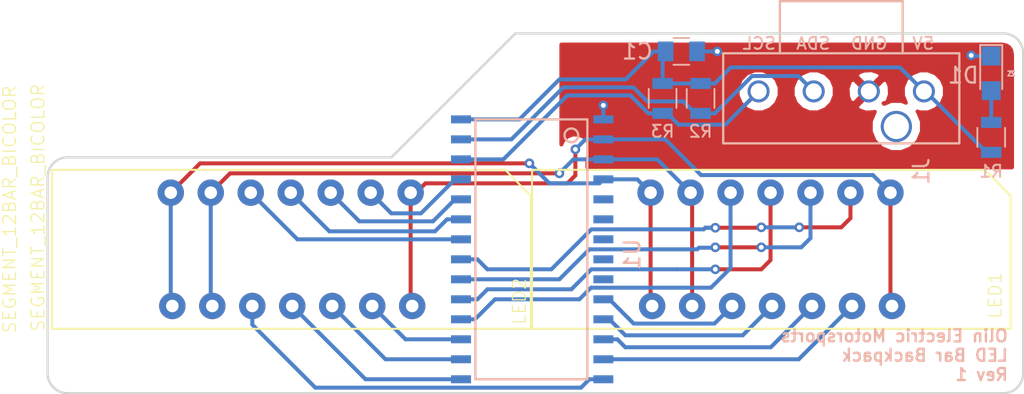
<source format=kicad_pcb>
(kicad_pcb (version 4) (host pcbnew 4.0.7-e2-6376~58~ubuntu16.04.1)

  (general
    (links 41)
    (no_connects 0)
    (area 140.08354 98.309599 206.2594 123.519001)
    (thickness 1.6)
    (drawings 15)
    (tracks 173)
    (zones 0)
    (modules 9)
    (nets 30)
  )

  (page A4)
  (layers
    (0 F.Cu signal)
    (31 B.Cu signal)
    (32 B.Adhes user)
    (33 F.Adhes user)
    (34 B.Paste user)
    (35 F.Paste user)
    (36 B.SilkS user)
    (37 F.SilkS user)
    (38 B.Mask user)
    (39 F.Mask user)
    (40 Dwgs.User user)
    (41 Cmts.User user)
    (42 Eco1.User user)
    (43 Eco2.User user)
    (44 Edge.Cuts user)
    (45 Margin user)
    (46 B.CrtYd user)
    (47 F.CrtYd user)
    (48 B.Fab user)
    (49 F.Fab user)
  )

  (setup
    (last_trace_width 0.254)
    (trace_clearance 0.1524)
    (zone_clearance 0.508)
    (zone_45_only no)
    (trace_min 0.1524)
    (segment_width 0.2)
    (edge_width 0.15)
    (via_size 0.6096)
    (via_drill 0.3048)
    (via_min_size 0.6096)
    (via_min_drill 0.3048)
    (uvia_size 0.3)
    (uvia_drill 0.1)
    (uvias_allowed no)
    (uvia_min_size 0)
    (uvia_min_drill 0)
    (pcb_text_width 0.3)
    (pcb_text_size 1.5 1.5)
    (mod_edge_width 0.15)
    (mod_text_size 1 1)
    (mod_text_width 0.15)
    (pad_size 1.524 1.524)
    (pad_drill 0.762)
    (pad_to_mask_clearance 0.2)
    (aux_axis_origin 0 0)
    (visible_elements FFFFFF7F)
    (pcbplotparams
      (layerselection 0x010f0_80000001)
      (usegerberextensions false)
      (excludeedgelayer true)
      (linewidth 0.100000)
      (plotframeref false)
      (viasonmask false)
      (mode 1)
      (useauxorigin false)
      (hpglpennumber 1)
      (hpglpenspeed 20)
      (hpglpendiameter 15)
      (hpglpenoverlay 2)
      (psnegative false)
      (psa4output false)
      (plotreference true)
      (plotvalue true)
      (plotinvisibletext false)
      (padsonsilk false)
      (subtractmaskfromsilk false)
      (outputformat 1)
      (mirror false)
      (drillshape 0)
      (scaleselection 1)
      (outputdirectory ""))
  )

  (net 0 "")
  (net 1 5V)
  (net 2 GND)
  (net 3 "Net-(D1-Pad2)")
  (net 4 SCL)
  (net 5 SDA)
  (net 6 COM0)
  (net 7 ROW4)
  (net 8 ROW5)
  (net 9 ROW6)
  (net 10 ROW7)
  (net 11 COM1)
  (net 12 COM2)
  (net 13 ROW15)
  (net 14 ROW14)
  (net 15 ROW13)
  (net 16 ROW12)
  (net 17 ROW0)
  (net 18 ROW1)
  (net 19 ROW2)
  (net 20 ROW3)
  (net 21 ROW11)
  (net 22 ROW10)
  (net 23 ROW9)
  (net 24 ROW8)
  (net 25 "Net-(U1-Pad5)")
  (net 26 "Net-(U1-Pad6)")
  (net 27 "Net-(U1-Pad7)")
  (net 28 "Net-(U1-Pad8)")
  (net 29 "Net-(U1-Pad9)")

  (net_class Default "This is the default net class."
    (clearance 0.1524)
    (trace_width 0.254)
    (via_dia 0.6096)
    (via_drill 0.3048)
    (uvia_dia 0.3)
    (uvia_drill 0.1)
    (add_net 5V)
    (add_net COM0)
    (add_net COM1)
    (add_net COM2)
    (add_net GND)
    (add_net "Net-(D1-Pad2)")
    (add_net "Net-(U1-Pad5)")
    (add_net "Net-(U1-Pad6)")
    (add_net "Net-(U1-Pad7)")
    (add_net "Net-(U1-Pad8)")
    (add_net "Net-(U1-Pad9)")
    (add_net ROW0)
    (add_net ROW1)
    (add_net ROW10)
    (add_net ROW11)
    (add_net ROW12)
    (add_net ROW13)
    (add_net ROW14)
    (add_net ROW15)
    (add_net ROW2)
    (add_net ROW3)
    (add_net ROW4)
    (add_net ROW5)
    (add_net ROW6)
    (add_net ROW7)
    (add_net ROW8)
    (add_net ROW9)
    (add_net SCL)
    (add_net SDA)
  )

  (module footprints:Ultrafit_4 (layer B.Cu) (tedit 59F24F6F) (tstamp 5A5BD6B1)
    (at 193.675 104.267 270)
    (path /5A5BD75B)
    (fp_text reference J1 (at 5.08 -5.08 270) (layer B.SilkS)
      (effects (font (size 1 1) (thickness 0.15)) (justify mirror))
    )
    (fp_text value Ultrafit_4 (at 4.572 -0.508 540) (layer B.Fab) hide
      (effects (font (size 1 1) (thickness 0.15)) (justify mirror))
    )
    (fp_line (start -5.588 3.81) (end -2.54 3.81) (layer B.Fab) (width 0.15))
    (fp_line (start -2.54 3.81) (end -2.54 -3.81) (layer B.Fab) (width 0.15))
    (fp_line (start -2.54 -3.81) (end -5.588 -3.81) (layer B.Fab) (width 0.15))
    (fp_line (start -5.588 -3.81) (end -5.588 3.81) (layer B.Fab) (width 0.15))
    (fp_text user "6.55mm Clearance" (at -4.07 0 540) (layer B.Fab)
      (effects (font (size 0.5 0.5) (thickness 0.08)) (justify mirror))
    )
    (fp_line (start -2.42 3.9) (end -5.73 3.9) (layer B.SilkS) (width 0.15))
    (fp_line (start -5.73 3.9) (end -5.73 -3.9) (layer B.SilkS) (width 0.15))
    (fp_line (start -5.73 -3.9) (end -2.42 -3.9) (layer B.SilkS) (width 0.15))
    (fp_line (start -2.42 -7.5) (end 3.302 -7.5) (layer B.SilkS) (width 0.15))
    (fp_line (start -2.42 7.5) (end 3.302 7.5) (layer B.SilkS) (width 0.15))
    (fp_line (start -2.42 -7.5) (end -2.42 7.5) (layer B.SilkS) (width 0.15))
    (fp_line (start 3.302 -7.5) (end 3.302 7.5) (layer B.SilkS) (width 0.15))
    (pad 2 thru_hole circle (at 0 -1.75 270) (size 1.397 1.397) (drill 1.02) (layers *.Cu *.Mask)
      (net 2 GND))
    (pad 1 thru_hole circle (at 0 -5.25 270) (size 1.397 1.397) (drill 1.02) (layers *.Cu *.Mask)
      (net 1 5V))
    (pad "" thru_hole circle (at 2.23 -3.5 270) (size 1.981 1.981) (drill 1.6) (layers *.Cu *.Mask))
    (pad 3 thru_hole circle (at 0 1.75 90) (size 1.397 1.397) (drill 1.02) (layers *.Cu *.Mask)
      (net 5 SDA))
    (pad 4 thru_hole circle (at 0 5.25 90) (size 1.397 1.397) (drill 1.02) (layers *.Cu *.Mask)
      (net 4 SCL))
  )

  (module footprints:SOP28 (layer B.Cu) (tedit 5A42AF63) (tstamp 5A42B0FE)
    (at 178.562 106.045 270)
    (path /5A25A0FB)
    (fp_text reference U1 (at 8.5852 -1.8288 270) (layer B.SilkS)
      (effects (font (size 1 1) (thickness 0.15)) (justify mirror))
    )
    (fp_text value HT16K33 (at 8.4836 10.5664 270) (layer B.Fab)
      (effects (font (size 1 1) (thickness 0.15)) (justify mirror))
    )
    (fp_circle (center 1.016 2.032) (end 1.27 2.3876) (layer B.SilkS) (width 0.15))
    (fp_line (start 0 1.016) (end 0 8.128) (layer B.SilkS) (width 0.15))
    (fp_line (start 16.51 1.016) (end 0 1.016) (layer B.SilkS) (width 0.15))
    (fp_line (start 16.51 8.128) (end 16.51 1.016) (layer B.SilkS) (width 0.15))
    (fp_line (start 0 8.128) (end 16.51 8.128) (layer B.SilkS) (width 0.15))
    (pad 1 smd rect (at 0 0 270) (size 0.508 1.27) (layers B.Cu B.Paste B.Mask)
      (net 2 GND))
    (pad 2 smd rect (at 1.27 0 270) (size 0.508 1.27) (layers B.Cu B.Paste B.Mask)
      (net 6 COM0))
    (pad 3 smd rect (at 2.54 0 270) (size 0.508 1.27) (layers B.Cu B.Paste B.Mask)
      (net 11 COM1))
    (pad 4 smd rect (at 3.81 0 270) (size 0.508 1.27) (layers B.Cu B.Paste B.Mask)
      (net 12 COM2))
    (pad 5 smd rect (at 5.08 0 270) (size 0.508 1.27) (layers B.Cu B.Paste B.Mask)
      (net 25 "Net-(U1-Pad5)"))
    (pad 6 smd rect (at 6.35 0 270) (size 0.508 1.27) (layers B.Cu B.Paste B.Mask)
      (net 26 "Net-(U1-Pad6)"))
    (pad 7 smd rect (at 7.62 0 270) (size 0.508 1.27) (layers B.Cu B.Paste B.Mask)
      (net 27 "Net-(U1-Pad7)"))
    (pad 8 smd rect (at 8.89 0 270) (size 0.508 1.27) (layers B.Cu B.Paste B.Mask)
      (net 28 "Net-(U1-Pad8)"))
    (pad 9 smd rect (at 10.16 0 270) (size 0.508 1.27) (layers B.Cu B.Paste B.Mask)
      (net 29 "Net-(U1-Pad9)"))
    (pad 10 smd rect (at 11.43 0 270) (size 0.508 1.27) (layers B.Cu B.Paste B.Mask)
      (net 13 ROW15))
    (pad 11 smd rect (at 12.7 0 270) (size 0.508 1.27) (layers B.Cu B.Paste B.Mask)
      (net 14 ROW14))
    (pad 12 smd rect (at 13.97 0 270) (size 0.508 1.27) (layers B.Cu B.Paste B.Mask)
      (net 15 ROW13))
    (pad 13 smd rect (at 15.24 0 270) (size 0.508 1.27) (layers B.Cu B.Paste B.Mask)
      (net 16 ROW12))
    (pad 14 smd rect (at 16.51 0 270) (size 0.508 1.27) (layers B.Cu B.Paste B.Mask)
      (net 21 ROW11))
    (pad 15 smd rect (at 16.51 9.0424 270) (size 0.508 1.27) (layers B.Cu B.Paste B.Mask)
      (net 22 ROW10))
    (pad 16 smd rect (at 15.24 9.0424 270) (size 0.508 1.27) (layers B.Cu B.Paste B.Mask)
      (net 23 ROW9))
    (pad 17 smd rect (at 13.97 9.0424 270) (size 0.508 1.27) (layers B.Cu B.Paste B.Mask)
      (net 24 ROW8))
    (pad 18 smd rect (at 12.7 9.0424 270) (size 0.508 1.27) (layers B.Cu B.Paste B.Mask)
      (net 10 ROW7))
    (pad 19 smd rect (at 11.43 9.0424 270) (size 0.508 1.27) (layers B.Cu B.Paste B.Mask)
      (net 9 ROW6))
    (pad 20 smd rect (at 10.16 9.0424 270) (size 0.508 1.27) (layers B.Cu B.Paste B.Mask)
      (net 8 ROW5))
    (pad 21 smd rect (at 8.89 9.0424 270) (size 0.508 1.27) (layers B.Cu B.Paste B.Mask)
      (net 7 ROW4))
    (pad 22 smd rect (at 7.62 9.0424 270) (size 0.508 1.27) (layers B.Cu B.Paste B.Mask)
      (net 20 ROW3))
    (pad 23 smd rect (at 6.35 9.0424 270) (size 0.508 1.27) (layers B.Cu B.Paste B.Mask)
      (net 19 ROW2))
    (pad 24 smd rect (at 5.08 9.0424 270) (size 0.508 1.27) (layers B.Cu B.Paste B.Mask)
      (net 18 ROW1))
    (pad 25 smd rect (at 3.81 9.0424 270) (size 0.508 1.27) (layers B.Cu B.Paste B.Mask)
      (net 17 ROW0))
    (pad 26 smd rect (at 2.54 9.0424 270) (size 0.508 1.27) (layers B.Cu B.Paste B.Mask)
      (net 4 SCL))
    (pad 27 smd rect (at 1.27 9.0424 270) (size 0.508 1.27) (layers B.Cu B.Paste B.Mask)
      (net 5 SDA))
    (pad 28 smd rect (at 0 9.0424 270) (size 0.508 1.27) (layers B.Cu B.Paste B.Mask)
      (net 1 5V))
  )

  (module adafruit:SEGMENT_BICOL_BL-AR12Z3010 (layer F.Cu) (tedit 200000) (tstamp 5A285F20)
    (at 189.23 114.3 270)
    (descr "SOUCE: HTTP://WWW.BETLUX.COM/PRODUCT/LED_LIGHT_BAR/BL-AR12B3010XX.PDF")
    (tags "SOUCE: HTTP://WWW.BETLUX.COM/PRODUCT/LED_LIGHT_BAR/BL-AR12B3010XX.PDF")
    (path /5A24E428)
    (attr virtual)
    (fp_text reference LED1 (at 2.921 -14.224 270) (layer F.SilkS)
      (effects (font (size 0.8128 0.8128) (thickness 0.0762)))
    )
    (fp_text value SEGMENT_12BAR_BICOLOR (at -2.54 48.387 270) (layer F.SilkS)
      (effects (font (size 0.8128 0.8128) (thickness 0.0762)))
    )
    (fp_line (start -2.49936 -0.39878) (end 2.49936 -0.39878) (layer Dwgs.User) (width 0.06604))
    (fp_line (start 2.49936 -0.39878) (end 2.49936 -2.13868) (layer Dwgs.User) (width 0.06604))
    (fp_line (start -2.49936 -2.13868) (end 2.49936 -2.13868) (layer Dwgs.User) (width 0.06604))
    (fp_line (start -2.49936 -0.39878) (end -2.49936 -2.13868) (layer Dwgs.User) (width 0.06604))
    (fp_line (start -2.49936 -2.93878) (end 2.49936 -2.93878) (layer Dwgs.User) (width 0.06604))
    (fp_line (start 2.49936 -2.93878) (end 2.49936 -4.67868) (layer Dwgs.User) (width 0.06604))
    (fp_line (start -2.49936 -4.67868) (end 2.49936 -4.67868) (layer Dwgs.User) (width 0.06604))
    (fp_line (start -2.49936 -2.93878) (end -2.49936 -4.67868) (layer Dwgs.User) (width 0.06604))
    (fp_line (start -2.49936 -5.47878) (end 2.49936 -5.47878) (layer Dwgs.User) (width 0.06604))
    (fp_line (start 2.49936 -5.47878) (end 2.49936 -7.21868) (layer Dwgs.User) (width 0.06604))
    (fp_line (start -2.49936 -7.21868) (end 2.49936 -7.21868) (layer Dwgs.User) (width 0.06604))
    (fp_line (start -2.49936 -5.47878) (end -2.49936 -7.21868) (layer Dwgs.User) (width 0.06604))
    (fp_line (start -2.49936 -8.01878) (end 2.49936 -8.01878) (layer Dwgs.User) (width 0.06604))
    (fp_line (start 2.49936 -8.01878) (end 2.49936 -9.75868) (layer Dwgs.User) (width 0.06604))
    (fp_line (start -2.49936 -9.75868) (end 2.49936 -9.75868) (layer Dwgs.User) (width 0.06604))
    (fp_line (start -2.49936 -8.01878) (end -2.49936 -9.75868) (layer Dwgs.User) (width 0.06604))
    (fp_line (start -2.49936 -10.55878) (end 2.49936 -10.55878) (layer Dwgs.User) (width 0.06604))
    (fp_line (start 2.49936 -10.55878) (end 2.49936 -12.29868) (layer Dwgs.User) (width 0.06604))
    (fp_line (start -2.49936 -12.29868) (end 2.49936 -12.29868) (layer Dwgs.User) (width 0.06604))
    (fp_line (start -2.49936 -10.55878) (end -2.49936 -12.29868) (layer Dwgs.User) (width 0.06604))
    (fp_line (start -2.49936 -13.09878) (end 2.49936 -13.09878) (layer Dwgs.User) (width 0.06604))
    (fp_line (start 2.49936 -13.09878) (end 2.49936 -14.83868) (layer Dwgs.User) (width 0.06604))
    (fp_line (start -2.49936 -14.83868) (end 2.49936 -14.83868) (layer Dwgs.User) (width 0.06604))
    (fp_line (start -2.49936 -13.09878) (end -2.49936 -14.83868) (layer Dwgs.User) (width 0.06604))
    (fp_line (start -2.49936 2.13868) (end 2.49936 2.13868) (layer Dwgs.User) (width 0.06604))
    (fp_line (start 2.49936 2.13868) (end 2.49936 0.39878) (layer Dwgs.User) (width 0.06604))
    (fp_line (start -2.49936 0.39878) (end 2.49936 0.39878) (layer Dwgs.User) (width 0.06604))
    (fp_line (start -2.49936 2.13868) (end -2.49936 0.39878) (layer Dwgs.User) (width 0.06604))
    (fp_line (start -2.49936 4.67868) (end 2.49936 4.67868) (layer Dwgs.User) (width 0.06604))
    (fp_line (start 2.49936 4.67868) (end 2.49936 2.93878) (layer Dwgs.User) (width 0.06604))
    (fp_line (start -2.49936 2.93878) (end 2.49936 2.93878) (layer Dwgs.User) (width 0.06604))
    (fp_line (start -2.49936 4.67868) (end -2.49936 2.93878) (layer Dwgs.User) (width 0.06604))
    (fp_line (start -2.49936 7.21868) (end 2.49936 7.21868) (layer Dwgs.User) (width 0.06604))
    (fp_line (start 2.49936 7.21868) (end 2.49936 5.47878) (layer Dwgs.User) (width 0.06604))
    (fp_line (start -2.49936 5.47878) (end 2.49936 5.47878) (layer Dwgs.User) (width 0.06604))
    (fp_line (start -2.49936 7.21868) (end -2.49936 5.47878) (layer Dwgs.User) (width 0.06604))
    (fp_line (start -2.49936 9.75868) (end 2.49936 9.75868) (layer Dwgs.User) (width 0.06604))
    (fp_line (start 2.49936 9.75868) (end 2.49936 8.01878) (layer Dwgs.User) (width 0.06604))
    (fp_line (start -2.49936 8.01878) (end 2.49936 8.01878) (layer Dwgs.User) (width 0.06604))
    (fp_line (start -2.49936 9.75868) (end -2.49936 8.01878) (layer Dwgs.User) (width 0.06604))
    (fp_line (start -2.49936 12.29868) (end 2.49936 12.29868) (layer Dwgs.User) (width 0.06604))
    (fp_line (start 2.49936 12.29868) (end 2.49936 10.55878) (layer Dwgs.User) (width 0.06604))
    (fp_line (start -2.49936 10.55878) (end 2.49936 10.55878) (layer Dwgs.User) (width 0.06604))
    (fp_line (start -2.49936 12.29868) (end -2.49936 10.55878) (layer Dwgs.User) (width 0.06604))
    (fp_line (start -2.49936 14.83868) (end 2.49936 14.83868) (layer Dwgs.User) (width 0.06604))
    (fp_line (start 2.49936 14.83868) (end 2.49936 13.09878) (layer Dwgs.User) (width 0.06604))
    (fp_line (start -2.49936 13.09878) (end 2.49936 13.09878) (layer Dwgs.User) (width 0.06604))
    (fp_line (start -2.49936 14.83868) (end -2.49936 13.09878) (layer Dwgs.User) (width 0.06604))
    (fp_line (start -5.04952 15.19936) (end 5.04952 15.19936) (layer Dwgs.User) (width 0.127))
    (fp_line (start 5.04952 15.19936) (end 5.04952 -15.19936) (layer Dwgs.User) (width 0.127))
    (fp_line (start -5.04952 15.19936) (end 5.04952 15.19936) (layer F.SilkS) (width 0.127))
    (fp_line (start 5.04952 15.19936) (end 5.04952 -15.19936) (layer F.SilkS) (width 0.127))
    (fp_line (start 5.04952 -15.19936) (end -3.4036 -15.19936) (layer F.SilkS) (width 0.127))
    (fp_line (start -3.4036 -15.19936) (end -5.04952 -13.57376) (layer F.SilkS) (width 0.127))
    (fp_line (start -5.04952 -13.57376) (end -5.04952 15.19936) (layer F.SilkS) (width 0.127))
    (fp_line (start -5.04952 15.19936) (end -5.04952 -13.57376) (layer Dwgs.User) (width 0.127))
    (fp_line (start -5.04952 -13.57376) (end -3.4036 -15.19936) (layer Dwgs.User) (width 0.127))
    (fp_line (start -3.4036 -15.19936) (end 5.04952 -15.19936) (layer Dwgs.User) (width 0.127))
    (fp_text user A (at 6.35 -13.97 270) (layer Dwgs.User)
      (effects (font (size 1.27 1.27) (thickness 0.1016)))
    )
    (fp_text user B (at 6.35 -11.43 270) (layer Dwgs.User)
      (effects (font (size 1.27 1.27) (thickness 0.1016)))
    )
    (fp_text user C (at 6.35 -8.89 270) (layer Dwgs.User)
      (effects (font (size 1.27 1.27) (thickness 0.1016)))
    )
    (fp_text user D (at 6.35 -6.35 270) (layer Dwgs.User)
      (effects (font (size 1.27 1.27) (thickness 0.1016)))
    )
    (fp_text user E (at 6.35 -3.81 270) (layer Dwgs.User)
      (effects (font (size 1.27 1.27) (thickness 0.1016)))
    )
    (fp_text user F (at 6.35 -1.27 270) (layer Dwgs.User)
      (effects (font (size 1.27 1.27) (thickness 0.1016)))
    )
    (fp_text user G (at 6.35 1.27 270) (layer Dwgs.User)
      (effects (font (size 1.27 1.27) (thickness 0.1016)))
    )
    (fp_text user H (at 6.35 3.81 270) (layer Dwgs.User)
      (effects (font (size 1.27 1.27) (thickness 0.1016)))
    )
    (fp_text user I (at 6.35 6.35 270) (layer Dwgs.User)
      (effects (font (size 1.27 1.27) (thickness 0.1016)))
    )
    (fp_text user J (at 6.35 8.89 270) (layer Dwgs.User)
      (effects (font (size 1.27 1.27) (thickness 0.1016)))
    )
    (fp_text user K (at 6.35 11.43 270) (layer Dwgs.User)
      (effects (font (size 1.27 1.27) (thickness 0.1016)))
    )
    (fp_text user L (at 6.35 13.97 270) (layer Dwgs.User)
      (effects (font (size 1.27 1.27) (thickness 0.1016)))
    )
    (pad 1 thru_hole circle (at -3.59918 -7.5692 270) (size 1.6764 1.6764) (drill 0.79756) (layers *.Cu *.Paste *.Mask)
      (net 6 COM0))
    (pad 2 thru_hole circle (at -3.59918 -5.0292 270) (size 1.6764 1.6764) (drill 0.79756) (layers *.Cu *.Paste *.Mask)
      (net 7 ROW4))
    (pad 3 thru_hole circle (at -3.59918 -2.4892 270) (size 1.6764 1.6764) (drill 0.79756) (layers *.Cu *.Paste *.Mask)
      (net 8 ROW5))
    (pad 4 thru_hole circle (at -3.59918 0.04826 270) (size 1.6764 1.6764) (drill 0.79756) (layers *.Cu *.Paste *.Mask)
      (net 9 ROW6))
    (pad 5 thru_hole circle (at -3.59918 2.58826 270) (size 1.6764 1.6764) (drill 0.79756) (layers *.Cu *.Paste *.Mask)
      (net 10 ROW7))
    (pad 6 thru_hole circle (at -3.59918 5.12826 270) (size 1.6764 1.6764) (drill 0.79756) (layers *.Cu *.Paste *.Mask)
      (net 11 COM1))
    (pad 7 thru_hole circle (at -3.59918 7.66826 270) (size 1.6764 1.6764) (drill 0.79756) (layers *.Cu *.Paste *.Mask)
      (net 12 COM2))
    (pad 8 thru_hole circle (at 3.59918 7.5692 270) (size 1.6764 1.6764) (drill 0.79756) (layers *.Cu *.Paste *.Mask)
      (net 12 COM2))
    (pad 9 thru_hole circle (at 3.59918 5.0292 270) (size 1.6764 1.6764) (drill 0.79756) (layers *.Cu *.Paste *.Mask)
      (net 11 COM1))
    (pad 10 thru_hole circle (at 3.59918 2.4892 270) (size 1.6764 1.6764) (drill 0.79756) (layers *.Cu *.Paste *.Mask)
      (net 13 ROW15))
    (pad 11 thru_hole circle (at 3.59918 -0.04826 270) (size 1.6764 1.6764) (drill 0.79756) (layers *.Cu *.Paste *.Mask)
      (net 14 ROW14))
    (pad 12 thru_hole circle (at 3.59918 -2.58826 270) (size 1.6764 1.6764) (drill 0.79756) (layers *.Cu *.Paste *.Mask)
      (net 15 ROW13))
    (pad 13 thru_hole circle (at 3.59918 -5.12826 270) (size 1.6764 1.6764) (drill 0.79756) (layers *.Cu *.Paste *.Mask)
      (net 16 ROW12))
    (pad 14 thru_hole circle (at 3.59918 -7.66826 270) (size 1.6764 1.6764) (drill 0.79756) (layers *.Cu *.Paste *.Mask)
      (net 6 COM0))
  )

  (module footprints:C_0805_OEM (layer B.Cu) (tedit 59F250E7) (tstamp 5A285EBA)
    (at 183.515 101.727)
    (descr "Capacitor SMD 0805, reflow soldering, AVX (see smccp.pdf)")
    (tags "capacitor 0805")
    (path /5A25A180)
    (attr smd)
    (fp_text reference C1 (at -2.794 0) (layer B.SilkS)
      (effects (font (size 1 1) (thickness 0.15)) (justify mirror))
    )
    (fp_text value C_10uF (at 0 -1.75) (layer B.Fab) hide
      (effects (font (size 1 1) (thickness 0.15)) (justify mirror))
    )
    (fp_line (start -1 -0.62) (end -1 0.62) (layer B.Fab) (width 0.1))
    (fp_line (start 1 -0.62) (end -1 -0.62) (layer B.Fab) (width 0.1))
    (fp_line (start 1 0.62) (end 1 -0.62) (layer B.Fab) (width 0.1))
    (fp_line (start -1 0.62) (end 1 0.62) (layer B.Fab) (width 0.1))
    (fp_line (start 0.5 0.85) (end -0.5 0.85) (layer B.SilkS) (width 0.12))
    (fp_line (start -0.5 -0.85) (end 0.5 -0.85) (layer B.SilkS) (width 0.12))
    (fp_line (start -1.75 0.88) (end 1.75 0.88) (layer B.CrtYd) (width 0.05))
    (fp_line (start -1.75 0.88) (end -1.75 -0.87) (layer B.CrtYd) (width 0.05))
    (fp_line (start 1.75 -0.87) (end 1.75 0.88) (layer B.CrtYd) (width 0.05))
    (fp_line (start 1.75 -0.87) (end -1.75 -0.87) (layer B.CrtYd) (width 0.05))
    (pad 1 smd rect (at -1 0) (size 1 1.25) (layers B.Cu B.Paste B.Mask)
      (net 1 5V))
    (pad 2 smd rect (at 1 0) (size 1 1.25) (layers B.Cu B.Paste B.Mask)
      (net 2 GND))
    (model Capacitors_SMD.3dshapes/C_0805.wrl
      (at (xyz 0 0 0))
      (scale (xyz 1 1 1))
      (rotate (xyz 0 0 0))
    )
  )

  (module footprints:LED_0805_OEM (layer B.Cu) (tedit 59F2572F) (tstamp 5A285EC0)
    (at 203.2 103.124 270)
    (descr "LED 0805 smd package")
    (tags "LED led 0805 SMD smd SMT smt smdled SMDLED smtled SMTLED")
    (path /5A263930)
    (attr smd)
    (fp_text reference D1 (at 0.127 1.778 360) (layer B.SilkS)
      (effects (font (size 1 1) (thickness 0.15)) (justify mirror))
    )
    (fp_text value LED_0805 (at 0.508 -2.032 270) (layer B.Fab) hide
      (effects (font (size 1 1) (thickness 0.15)) (justify mirror))
    )
    (fp_line (start -1.8 0.7) (end -1.8 -0.7) (layer B.SilkS) (width 0.12))
    (fp_line (start -0.146 -1.07) (end -0.146 -1.47) (layer B.SilkS) (width 0.1))
    (fp_line (start -0.146 -1.27) (end 0.154 -1.07) (layer B.SilkS) (width 0.1))
    (fp_line (start 0.154 -1.47) (end -0.146 -1.27) (layer B.SilkS) (width 0.1))
    (fp_line (start 0.154 -1.07) (end 0.154 -1.47) (layer B.SilkS) (width 0.1))
    (fp_line (start 1 -0.6) (end -1 -0.6) (layer B.Fab) (width 0.1))
    (fp_line (start 1 0.6) (end 1 -0.6) (layer B.Fab) (width 0.1))
    (fp_line (start -1 0.6) (end 1 0.6) (layer B.Fab) (width 0.1))
    (fp_line (start -1 -0.6) (end -1 0.6) (layer B.Fab) (width 0.1))
    (fp_line (start -1.8 -0.7) (end 1 -0.7) (layer B.SilkS) (width 0.12))
    (fp_line (start -1.8 0.7) (end 1 0.7) (layer B.SilkS) (width 0.12))
    (fp_line (start 1.95 0.85) (end 1.95 -0.85) (layer B.CrtYd) (width 0.05))
    (fp_line (start 1.95 -0.85) (end -1.95 -0.85) (layer B.CrtYd) (width 0.05))
    (fp_line (start -1.95 -0.85) (end -1.95 0.85) (layer B.CrtYd) (width 0.05))
    (fp_line (start -1.95 0.85) (end 1.95 0.85) (layer B.CrtYd) (width 0.05))
    (pad 2 smd rect (at 1.1 0 90) (size 1.2 1.2) (layers B.Cu B.Paste B.Mask)
      (net 3 "Net-(D1-Pad2)"))
    (pad 1 smd rect (at -1.1 0 90) (size 1.2 1.2) (layers B.Cu B.Paste B.Mask)
      (net 2 GND))
    (model ${KISYS3DMOD}/LEDs.3dshapes/LED_0805.wrl
      (at (xyz 0 0 0))
      (scale (xyz 1 1 1))
      (rotate (xyz 0 0 180))
    )
  )

  (module adafruit:SEGMENT_BICOL_BL-AR12Z3010 (layer F.Cu) (tedit 200000) (tstamp 5A285F78)
    (at 158.75 114.3 270)
    (descr "SOUCE: HTTP://WWW.BETLUX.COM/PRODUCT/LED_LIGHT_BAR/BL-AR12B3010XX.PDF")
    (tags "SOUCE: HTTP://WWW.BETLUX.COM/PRODUCT/LED_LIGHT_BAR/BL-AR12B3010XX.PDF")
    (path /5A24E310)
    (attr virtual)
    (fp_text reference LED2 (at 3.302 -14.478 270) (layer F.SilkS)
      (effects (font (size 0.8128 0.8128) (thickness 0.0762)))
    )
    (fp_text value SEGMENT_12BAR_BICOLOR (at -2.6416 16.1036 270) (layer F.SilkS)
      (effects (font (size 0.8128 0.8128) (thickness 0.0762)))
    )
    (fp_line (start -2.49936 -0.39878) (end 2.49936 -0.39878) (layer Dwgs.User) (width 0.06604))
    (fp_line (start 2.49936 -0.39878) (end 2.49936 -2.13868) (layer Dwgs.User) (width 0.06604))
    (fp_line (start -2.49936 -2.13868) (end 2.49936 -2.13868) (layer Dwgs.User) (width 0.06604))
    (fp_line (start -2.49936 -0.39878) (end -2.49936 -2.13868) (layer Dwgs.User) (width 0.06604))
    (fp_line (start -2.49936 -2.93878) (end 2.49936 -2.93878) (layer Dwgs.User) (width 0.06604))
    (fp_line (start 2.49936 -2.93878) (end 2.49936 -4.67868) (layer Dwgs.User) (width 0.06604))
    (fp_line (start -2.49936 -4.67868) (end 2.49936 -4.67868) (layer Dwgs.User) (width 0.06604))
    (fp_line (start -2.49936 -2.93878) (end -2.49936 -4.67868) (layer Dwgs.User) (width 0.06604))
    (fp_line (start -2.49936 -5.47878) (end 2.49936 -5.47878) (layer Dwgs.User) (width 0.06604))
    (fp_line (start 2.49936 -5.47878) (end 2.49936 -7.21868) (layer Dwgs.User) (width 0.06604))
    (fp_line (start -2.49936 -7.21868) (end 2.49936 -7.21868) (layer Dwgs.User) (width 0.06604))
    (fp_line (start -2.49936 -5.47878) (end -2.49936 -7.21868) (layer Dwgs.User) (width 0.06604))
    (fp_line (start -2.49936 -8.01878) (end 2.49936 -8.01878) (layer Dwgs.User) (width 0.06604))
    (fp_line (start 2.49936 -8.01878) (end 2.49936 -9.75868) (layer Dwgs.User) (width 0.06604))
    (fp_line (start -2.49936 -9.75868) (end 2.49936 -9.75868) (layer Dwgs.User) (width 0.06604))
    (fp_line (start -2.49936 -8.01878) (end -2.49936 -9.75868) (layer Dwgs.User) (width 0.06604))
    (fp_line (start -2.49936 -10.55878) (end 2.49936 -10.55878) (layer Dwgs.User) (width 0.06604))
    (fp_line (start 2.49936 -10.55878) (end 2.49936 -12.29868) (layer Dwgs.User) (width 0.06604))
    (fp_line (start -2.49936 -12.29868) (end 2.49936 -12.29868) (layer Dwgs.User) (width 0.06604))
    (fp_line (start -2.49936 -10.55878) (end -2.49936 -12.29868) (layer Dwgs.User) (width 0.06604))
    (fp_line (start -2.49936 -13.09878) (end 2.49936 -13.09878) (layer Dwgs.User) (width 0.06604))
    (fp_line (start 2.49936 -13.09878) (end 2.49936 -14.83868) (layer Dwgs.User) (width 0.06604))
    (fp_line (start -2.49936 -14.83868) (end 2.49936 -14.83868) (layer Dwgs.User) (width 0.06604))
    (fp_line (start -2.49936 -13.09878) (end -2.49936 -14.83868) (layer Dwgs.User) (width 0.06604))
    (fp_line (start -2.49936 2.13868) (end 2.49936 2.13868) (layer Dwgs.User) (width 0.06604))
    (fp_line (start 2.49936 2.13868) (end 2.49936 0.39878) (layer Dwgs.User) (width 0.06604))
    (fp_line (start -2.49936 0.39878) (end 2.49936 0.39878) (layer Dwgs.User) (width 0.06604))
    (fp_line (start -2.49936 2.13868) (end -2.49936 0.39878) (layer Dwgs.User) (width 0.06604))
    (fp_line (start -2.49936 4.67868) (end 2.49936 4.67868) (layer Dwgs.User) (width 0.06604))
    (fp_line (start 2.49936 4.67868) (end 2.49936 2.93878) (layer Dwgs.User) (width 0.06604))
    (fp_line (start -2.49936 2.93878) (end 2.49936 2.93878) (layer Dwgs.User) (width 0.06604))
    (fp_line (start -2.49936 4.67868) (end -2.49936 2.93878) (layer Dwgs.User) (width 0.06604))
    (fp_line (start -2.49936 7.21868) (end 2.49936 7.21868) (layer Dwgs.User) (width 0.06604))
    (fp_line (start 2.49936 7.21868) (end 2.49936 5.47878) (layer Dwgs.User) (width 0.06604))
    (fp_line (start -2.49936 5.47878) (end 2.49936 5.47878) (layer Dwgs.User) (width 0.06604))
    (fp_line (start -2.49936 7.21868) (end -2.49936 5.47878) (layer Dwgs.User) (width 0.06604))
    (fp_line (start -2.49936 9.75868) (end 2.49936 9.75868) (layer Dwgs.User) (width 0.06604))
    (fp_line (start 2.49936 9.75868) (end 2.49936 8.01878) (layer Dwgs.User) (width 0.06604))
    (fp_line (start -2.49936 8.01878) (end 2.49936 8.01878) (layer Dwgs.User) (width 0.06604))
    (fp_line (start -2.49936 9.75868) (end -2.49936 8.01878) (layer Dwgs.User) (width 0.06604))
    (fp_line (start -2.49936 12.29868) (end 2.49936 12.29868) (layer Dwgs.User) (width 0.06604))
    (fp_line (start 2.49936 12.29868) (end 2.49936 10.55878) (layer Dwgs.User) (width 0.06604))
    (fp_line (start -2.49936 10.55878) (end 2.49936 10.55878) (layer Dwgs.User) (width 0.06604))
    (fp_line (start -2.49936 12.29868) (end -2.49936 10.55878) (layer Dwgs.User) (width 0.06604))
    (fp_line (start -2.49936 14.83868) (end 2.49936 14.83868) (layer Dwgs.User) (width 0.06604))
    (fp_line (start 2.49936 14.83868) (end 2.49936 13.09878) (layer Dwgs.User) (width 0.06604))
    (fp_line (start -2.49936 13.09878) (end 2.49936 13.09878) (layer Dwgs.User) (width 0.06604))
    (fp_line (start -2.49936 14.83868) (end -2.49936 13.09878) (layer Dwgs.User) (width 0.06604))
    (fp_line (start -5.04952 15.19936) (end 5.04952 15.19936) (layer Dwgs.User) (width 0.127))
    (fp_line (start 5.04952 15.19936) (end 5.04952 -15.19936) (layer Dwgs.User) (width 0.127))
    (fp_line (start -5.04952 15.19936) (end 5.04952 15.19936) (layer F.SilkS) (width 0.127))
    (fp_line (start 5.04952 15.19936) (end 5.04952 -15.19936) (layer F.SilkS) (width 0.127))
    (fp_line (start 5.04952 -15.19936) (end -3.4036 -15.19936) (layer F.SilkS) (width 0.127))
    (fp_line (start -3.4036 -15.19936) (end -5.04952 -13.57376) (layer F.SilkS) (width 0.127))
    (fp_line (start -5.04952 -13.57376) (end -5.04952 15.19936) (layer F.SilkS) (width 0.127))
    (fp_line (start -5.04952 15.19936) (end -5.04952 -13.57376) (layer Dwgs.User) (width 0.127))
    (fp_line (start -5.04952 -13.57376) (end -3.4036 -15.19936) (layer Dwgs.User) (width 0.127))
    (fp_line (start -3.4036 -15.19936) (end 5.04952 -15.19936) (layer Dwgs.User) (width 0.127))
    (fp_text user A (at 6.35 -13.97 270) (layer Dwgs.User)
      (effects (font (size 1.27 1.27) (thickness 0.1016)))
    )
    (fp_text user B (at 6.35 -11.43 270) (layer Dwgs.User)
      (effects (font (size 1.27 1.27) (thickness 0.1016)))
    )
    (fp_text user C (at 6.35 -8.89 270) (layer Dwgs.User)
      (effects (font (size 1.27 1.27) (thickness 0.1016)))
    )
    (fp_text user D (at 6.35 -6.35 270) (layer Dwgs.User)
      (effects (font (size 1.27 1.27) (thickness 0.1016)))
    )
    (fp_text user E (at 6.35 -3.81 270) (layer Dwgs.User)
      (effects (font (size 1.27 1.27) (thickness 0.1016)))
    )
    (fp_text user F (at 6.35 -1.27 270) (layer Dwgs.User)
      (effects (font (size 1.27 1.27) (thickness 0.1016)))
    )
    (fp_text user G (at 6.35 1.27 270) (layer Dwgs.User)
      (effects (font (size 1.27 1.27) (thickness 0.1016)))
    )
    (fp_text user H (at 6.35 3.81 270) (layer Dwgs.User)
      (effects (font (size 1.27 1.27) (thickness 0.1016)))
    )
    (fp_text user I (at 6.35 6.35 270) (layer Dwgs.User)
      (effects (font (size 1.27 1.27) (thickness 0.1016)))
    )
    (fp_text user J (at 6.35 8.89 270) (layer Dwgs.User)
      (effects (font (size 1.27 1.27) (thickness 0.1016)))
    )
    (fp_text user K (at 6.35 11.43 270) (layer Dwgs.User)
      (effects (font (size 1.27 1.27) (thickness 0.1016)))
    )
    (fp_text user L (at 6.35 13.97 270) (layer Dwgs.User)
      (effects (font (size 1.27 1.27) (thickness 0.1016)))
    )
    (pad 1 thru_hole circle (at -3.59918 -7.5692 270) (size 1.6764 1.6764) (drill 0.79756) (layers *.Cu *.Paste *.Mask)
      (net 6 COM0))
    (pad 2 thru_hole circle (at -3.59918 -5.0292 270) (size 1.6764 1.6764) (drill 0.79756) (layers *.Cu *.Paste *.Mask)
      (net 17 ROW0))
    (pad 3 thru_hole circle (at -3.59918 -2.4892 270) (size 1.6764 1.6764) (drill 0.79756) (layers *.Cu *.Paste *.Mask)
      (net 18 ROW1))
    (pad 4 thru_hole circle (at -3.59918 0.04826 270) (size 1.6764 1.6764) (drill 0.79756) (layers *.Cu *.Paste *.Mask)
      (net 19 ROW2))
    (pad 5 thru_hole circle (at -3.59918 2.58826 270) (size 1.6764 1.6764) (drill 0.79756) (layers *.Cu *.Paste *.Mask)
      (net 20 ROW3))
    (pad 6 thru_hole circle (at -3.59918 5.12826 270) (size 1.6764 1.6764) (drill 0.79756) (layers *.Cu *.Paste *.Mask)
      (net 11 COM1))
    (pad 7 thru_hole circle (at -3.59918 7.66826 270) (size 1.6764 1.6764) (drill 0.79756) (layers *.Cu *.Paste *.Mask)
      (net 12 COM2))
    (pad 8 thru_hole circle (at 3.59918 7.5692 270) (size 1.6764 1.6764) (drill 0.79756) (layers *.Cu *.Paste *.Mask)
      (net 12 COM2))
    (pad 9 thru_hole circle (at 3.59918 5.0292 270) (size 1.6764 1.6764) (drill 0.79756) (layers *.Cu *.Paste *.Mask)
      (net 11 COM1))
    (pad 10 thru_hole circle (at 3.59918 2.4892 270) (size 1.6764 1.6764) (drill 0.79756) (layers *.Cu *.Paste *.Mask)
      (net 21 ROW11))
    (pad 11 thru_hole circle (at 3.59918 -0.04826 270) (size 1.6764 1.6764) (drill 0.79756) (layers *.Cu *.Paste *.Mask)
      (net 22 ROW10))
    (pad 12 thru_hole circle (at 3.59918 -2.58826 270) (size 1.6764 1.6764) (drill 0.79756) (layers *.Cu *.Paste *.Mask)
      (net 23 ROW9))
    (pad 13 thru_hole circle (at 3.59918 -5.12826 270) (size 1.6764 1.6764) (drill 0.79756) (layers *.Cu *.Paste *.Mask)
      (net 24 ROW8))
    (pad 14 thru_hole circle (at 3.59918 -7.66826 270) (size 1.6764 1.6764) (drill 0.79756) (layers *.Cu *.Paste *.Mask)
      (net 6 COM0))
  )

  (module footprints:R_0805_OEM (layer B.Cu) (tedit 5A27275B) (tstamp 5A285F84)
    (at 184.738656 104.713024 270)
    (descr "Resistor SMD 0805, reflow soldering, Vishay (see dcrcw.pdf)")
    (tags "resistor 0805")
    (path /5A25A857)
    (attr smd)
    (fp_text reference R2 (at 2.093976 0 360) (layer B.SilkS)
      (effects (font (size 0.762 0.762) (thickness 0.127)) (justify mirror))
    )
    (fp_text value R_10k (at 0 -1.75 270) (layer B.Fab) hide
      (effects (font (size 1 1) (thickness 0.15)) (justify mirror))
    )
    (fp_line (start -1 -0.62) (end -1 0.62) (layer B.Fab) (width 0.1))
    (fp_line (start 1 -0.62) (end -1 -0.62) (layer B.Fab) (width 0.1))
    (fp_line (start 1 0.62) (end 1 -0.62) (layer B.Fab) (width 0.1))
    (fp_line (start -1 0.62) (end 1 0.62) (layer B.Fab) (width 0.1))
    (fp_line (start 0.6 -0.88) (end -0.6 -0.88) (layer B.SilkS) (width 0.12))
    (fp_line (start -0.6 0.88) (end 0.6 0.88) (layer B.SilkS) (width 0.12))
    (fp_line (start -1.55 0.9) (end 1.55 0.9) (layer B.CrtYd) (width 0.05))
    (fp_line (start -1.55 0.9) (end -1.55 -0.9) (layer B.CrtYd) (width 0.05))
    (fp_line (start 1.55 -0.9) (end 1.55 0.9) (layer B.CrtYd) (width 0.05))
    (fp_line (start 1.55 -0.9) (end -1.55 -0.9) (layer B.CrtYd) (width 0.05))
    (pad 1 smd rect (at -0.95 0 270) (size 0.7 1.3) (layers B.Cu B.Paste B.Mask)
      (net 1 5V))
    (pad 2 smd rect (at 0.95 0 270) (size 0.7 1.3) (layers B.Cu B.Paste B.Mask)
      (net 5 SDA))
    (model ${KISYS3DMOD}/Resistors_SMD.3dshapes/R_0805.wrl
      (at (xyz 0 0 0))
      (scale (xyz 1 1 1))
      (rotate (xyz 0 0 0))
    )
  )

  (module footprints:R_0805_OEM (layer B.Cu) (tedit 5A272773) (tstamp 5A285F8A)
    (at 182.325656 104.713024 270)
    (descr "Resistor SMD 0805, reflow soldering, Vishay (see dcrcw.pdf)")
    (tags "resistor 0805")
    (path /5A25A7D4)
    (attr smd)
    (fp_text reference R3 (at 2.093976 0 360) (layer B.SilkS)
      (effects (font (size 0.762 0.762) (thickness 0.127)) (justify mirror))
    )
    (fp_text value R_10k (at 0 -1.75 270) (layer B.Fab) hide
      (effects (font (size 1 1) (thickness 0.15)) (justify mirror))
    )
    (fp_line (start -1 -0.62) (end -1 0.62) (layer B.Fab) (width 0.1))
    (fp_line (start 1 -0.62) (end -1 -0.62) (layer B.Fab) (width 0.1))
    (fp_line (start 1 0.62) (end 1 -0.62) (layer B.Fab) (width 0.1))
    (fp_line (start -1 0.62) (end 1 0.62) (layer B.Fab) (width 0.1))
    (fp_line (start 0.6 -0.88) (end -0.6 -0.88) (layer B.SilkS) (width 0.12))
    (fp_line (start -0.6 0.88) (end 0.6 0.88) (layer B.SilkS) (width 0.12))
    (fp_line (start -1.55 0.9) (end 1.55 0.9) (layer B.CrtYd) (width 0.05))
    (fp_line (start -1.55 0.9) (end -1.55 -0.9) (layer B.CrtYd) (width 0.05))
    (fp_line (start 1.55 -0.9) (end 1.55 0.9) (layer B.CrtYd) (width 0.05))
    (fp_line (start 1.55 -0.9) (end -1.55 -0.9) (layer B.CrtYd) (width 0.05))
    (pad 1 smd rect (at -0.95 0 270) (size 0.7 1.3) (layers B.Cu B.Paste B.Mask)
      (net 1 5V))
    (pad 2 smd rect (at 0.95 0 270) (size 0.7 1.3) (layers B.Cu B.Paste B.Mask)
      (net 4 SCL))
    (model ${KISYS3DMOD}/Resistors_SMD.3dshapes/R_0805.wrl
      (at (xyz 0 0 0))
      (scale (xyz 1 1 1))
      (rotate (xyz 0 0 0))
    )
  )

  (module footprints:R_0805_OEM (layer B.Cu) (tedit 5A272789) (tstamp 5A29795A)
    (at 203.2 107.188 90)
    (descr "Resistor SMD 0805, reflow soldering, Vishay (see dcrcw.pdf)")
    (tags "resistor 0805")
    (path /5A263A0D)
    (attr smd)
    (fp_text reference R1 (at -2.159 0 180) (layer B.SilkS)
      (effects (font (size 0.762 0.762) (thickness 0.127)) (justify mirror))
    )
    (fp_text value R_500 (at 0 -1.75 90) (layer B.Fab) hide
      (effects (font (size 1 1) (thickness 0.15)) (justify mirror))
    )
    (fp_line (start -1 -0.62) (end -1 0.62) (layer B.Fab) (width 0.1))
    (fp_line (start 1 -0.62) (end -1 -0.62) (layer B.Fab) (width 0.1))
    (fp_line (start 1 0.62) (end 1 -0.62) (layer B.Fab) (width 0.1))
    (fp_line (start -1 0.62) (end 1 0.62) (layer B.Fab) (width 0.1))
    (fp_line (start 0.6 -0.88) (end -0.6 -0.88) (layer B.SilkS) (width 0.12))
    (fp_line (start -0.6 0.88) (end 0.6 0.88) (layer B.SilkS) (width 0.12))
    (fp_line (start -1.55 0.9) (end 1.55 0.9) (layer B.CrtYd) (width 0.05))
    (fp_line (start -1.55 0.9) (end -1.55 -0.9) (layer B.CrtYd) (width 0.05))
    (fp_line (start 1.55 -0.9) (end 1.55 0.9) (layer B.CrtYd) (width 0.05))
    (fp_line (start 1.55 -0.9) (end -1.55 -0.9) (layer B.CrtYd) (width 0.05))
    (pad 1 smd rect (at -0.95 0 90) (size 0.7 1.3) (layers B.Cu B.Paste B.Mask)
      (net 1 5V))
    (pad 2 smd rect (at 0.95 0 90) (size 0.7 1.3) (layers B.Cu B.Paste B.Mask)
      (net 3 "Net-(D1-Pad2)"))
    (model ${KISYS3DMOD}/Resistors_SMD.3dshapes/R_0805.wrl
      (at (xyz 0 0 0))
      (scale (xyz 1 1 1))
      (rotate (xyz 0 0 0))
    )
  )

  (gr_text "Olin Electric Motorsports\nLED Bar Backpack\nRev 1" (at 204.343 121.031) (layer B.SilkS)
    (effects (font (size 0.762 0.762) (thickness 0.1524)) (justify left mirror))
  )
  (gr_line (start 165.1 108.458) (end 144.526 108.458) (layer Edge.Cuts) (width 0.15))
  (gr_line (start 172.974 100.584) (end 203.962 100.584) (layer Edge.Cuts) (width 0.15))
  (gr_line (start 172.974 100.584) (end 165.1 108.458) (layer Edge.Cuts) (width 0.15))
  (gr_line (start 143.256 122.174) (end 143.256 109.728) (layer Edge.Cuts) (width 0.15))
  (gr_line (start 203.962 123.444) (end 144.526 123.444) (layer Edge.Cuts) (width 0.15))
  (gr_line (start 205.232 122.174) (end 205.232 101.854) (layer Edge.Cuts) (width 0.15))
  (gr_arc (start 144.526 122.174) (end 144.526 123.444) (angle 90) (layer Edge.Cuts) (width 0.15))
  (gr_arc (start 144.526 109.728) (end 143.256 109.728) (angle 90) (layer Edge.Cuts) (width 0.15))
  (gr_arc (start 203.962 101.854) (end 203.962 100.584) (angle 90) (layer Edge.Cuts) (width 0.15))
  (gr_arc (start 203.962 122.174) (end 205.232 122.174) (angle 90) (layer Edge.Cuts) (width 0.15))
  (gr_text 5V (at 198.882 101.219) (layer B.SilkS)
    (effects (font (size 0.762 0.762) (thickness 0.127)) (justify mirror))
  )
  (gr_text GND (at 195.453 101.219) (layer B.SilkS)
    (effects (font (size 0.762 0.762) (thickness 0.127)) (justify mirror))
  )
  (gr_text SDA (at 191.897 101.219) (layer B.SilkS)
    (effects (font (size 0.762 0.762) (thickness 0.127)) (justify mirror))
  )
  (gr_text SCL (at 188.468 101.219) (layer B.SilkS)
    (effects (font (size 0.762 0.762) (thickness 0.127)) (justify mirror))
  )

  (segment (start 203.2 108.138) (end 202.9 108.138) (width 0.254) (layer B.Cu) (net 1))
  (segment (start 202.9 108.138) (end 199.029 104.267) (width 0.254) (layer B.Cu) (net 1))
  (segment (start 199.029 104.267) (end 198.925 104.267) (width 0.254) (layer B.Cu) (net 1))
  (segment (start 198.925 104.267) (end 197.401 102.743) (width 0.254) (layer B.Cu) (net 1))
  (segment (start 197.401 102.743) (end 186.66268 102.743) (width 0.254) (layer B.Cu) (net 1))
  (segment (start 186.66268 102.743) (end 185.642656 103.763024) (width 0.254) (layer B.Cu) (net 1))
  (segment (start 185.642656 103.763024) (end 184.738656 103.763024) (width 0.254) (layer B.Cu) (net 1))
  (segment (start 182.325656 103.763024) (end 182.325656 101.916344) (width 0.254) (layer B.Cu) (net 1))
  (segment (start 182.325656 101.916344) (end 182.515 101.727) (width 0.254) (layer B.Cu) (net 1))
  (segment (start 175.768 103.505) (end 173.228 106.045) (width 0.254) (layer B.Cu) (net 1))
  (segment (start 179.983 103.505) (end 175.768 103.505) (width 0.254) (layer B.Cu) (net 1))
  (segment (start 182.515 101.727) (end 181.761 101.727) (width 0.254) (layer B.Cu) (net 1))
  (segment (start 181.761 101.727) (end 179.983 103.505) (width 0.254) (layer B.Cu) (net 1))
  (segment (start 182.325656 103.763024) (end 184.738656 103.763024) (width 0.254) (layer B.Cu) (net 1))
  (segment (start 173.228 106.045) (end 169.5196 106.045) (width 0.254) (layer B.Cu) (net 1))
  (segment (start 184.515 101.727) (end 185.801 101.727) (width 0.254) (layer B.Cu) (net 2))
  (via (at 185.801 101.727) (size 0.6096) (drill 0.3048) (layers F.Cu B.Cu) (net 2))
  (segment (start 203.2 102.024) (end 201.973 102.024) (width 0.254) (layer B.Cu) (net 2))
  (segment (start 201.973 102.024) (end 201.93 101.981) (width 0.254) (layer B.Cu) (net 2))
  (via (at 201.93 101.981) (size 0.6096) (drill 0.3048) (layers F.Cu B.Cu) (net 2))
  (segment (start 178.689 106.172) (end 178.562 106.045) (width 0.254) (layer B.Cu) (net 2))
  (segment (start 178.562 106.045) (end 178.562 105.156) (width 0.254) (layer B.Cu) (net 2))
  (via (at 178.562 105.156) (size 0.6096) (drill 0.3048) (layers F.Cu B.Cu) (net 2))
  (segment (start 203.2 104.224) (end 203.2 106.238) (width 0.254) (layer B.Cu) (net 3))
  (segment (start 186.309 106.383) (end 188.425 104.267) (width 0.254) (layer B.Cu) (net 4))
  (segment (start 182.625024 105.663024) (end 183.261 106.299) (width 0.254) (layer B.Cu) (net 4))
  (segment (start 186.309 106.383) (end 183.345 106.383) (width 0.254) (layer B.Cu) (net 4))
  (segment (start 183.345 106.383) (end 183.261 106.299) (width 0.254) (layer B.Cu) (net 4))
  (segment (start 182.325656 105.663024) (end 182.625024 105.663024) (width 0.254) (layer B.Cu) (net 4))
  (segment (start 176.276 104.521) (end 172.212 108.585) (width 0.254) (layer B.Cu) (net 4))
  (segment (start 182.325656 105.663024) (end 181.421656 105.663024) (width 0.254) (layer B.Cu) (net 4))
  (segment (start 181.421656 105.663024) (end 180.279632 104.521) (width 0.254) (layer B.Cu) (net 4))
  (segment (start 180.279632 104.521) (end 176.276 104.521) (width 0.254) (layer B.Cu) (net 4))
  (segment (start 172.212 108.585) (end 169.5196 108.585) (width 0.254) (layer B.Cu) (net 4))
  (segment (start 184.738656 105.663024) (end 185.642656 105.663024) (width 0.254) (layer B.Cu) (net 5))
  (segment (start 185.642656 105.663024) (end 188.016581 103.289099) (width 0.254) (layer B.Cu) (net 5))
  (segment (start 188.016581 103.289099) (end 190.947099 103.289099) (width 0.254) (layer B.Cu) (net 5))
  (segment (start 190.947099 103.289099) (end 191.226501 103.568501) (width 0.254) (layer B.Cu) (net 5))
  (segment (start 191.226501 103.568501) (end 191.925 104.267) (width 0.254) (layer B.Cu) (net 5))
  (segment (start 176.022 104.013) (end 172.72 107.315) (width 0.254) (layer B.Cu) (net 5))
  (segment (start 181.356 104.902) (end 180.467 104.013) (width 0.254) (layer B.Cu) (net 5))
  (segment (start 180.467 104.013) (end 176.022 104.013) (width 0.254) (layer B.Cu) (net 5))
  (segment (start 183.642 104.902) (end 181.356 104.902) (width 0.254) (layer B.Cu) (net 5))
  (segment (start 184.403024 105.663024) (end 183.642 104.902) (width 0.254) (layer B.Cu) (net 5))
  (segment (start 184.738656 105.663024) (end 184.403024 105.663024) (width 0.254) (layer B.Cu) (net 5))
  (segment (start 172.72 107.315) (end 169.5196 107.315) (width 0.254) (layer B.Cu) (net 5))
  (segment (start 176.784 107.95) (end 176.784 109.601) (width 0.254) (layer F.Cu) (net 6))
  (segment (start 176.784 109.601) (end 176.276 110.109) (width 0.254) (layer F.Cu) (net 6))
  (segment (start 176.276 110.109) (end 167.259 110.109) (width 0.254) (layer F.Cu) (net 6))
  (segment (start 167.259 110.109) (end 166.66718 110.70082) (width 0.254) (layer F.Cu) (net 6))
  (segment (start 166.66718 110.70082) (end 166.3192 110.70082) (width 0.254) (layer F.Cu) (net 6))
  (segment (start 177.419 107.315) (end 178.562 107.315) (width 0.254) (layer B.Cu) (net 6))
  (segment (start 176.784 107.95) (end 177.419 107.315) (width 0.254) (layer B.Cu) (net 6))
  (via (at 176.784 107.95) (size 0.6096) (drill 0.3048) (layers F.Cu B.Cu) (net 6))
  (segment (start 166.3192 110.70082) (end 166.3192 117.80012) (width 0.254) (layer F.Cu) (net 6))
  (segment (start 166.3192 117.80012) (end 166.41826 117.89918) (width 0.254) (layer F.Cu) (net 6))
  (segment (start 166.37 110.65002) (end 166.3192 110.70082) (width 0.254) (layer B.Cu) (net 6))
  (segment (start 182.499 107.315) (end 184.767219 109.583219) (width 0.254) (layer B.Cu) (net 6))
  (segment (start 184.767219 109.583219) (end 195.681599 109.583219) (width 0.254) (layer B.Cu) (net 6))
  (segment (start 195.681599 109.583219) (end 195.961001 109.862621) (width 0.254) (layer B.Cu) (net 6))
  (segment (start 195.961001 109.862621) (end 196.7992 110.70082) (width 0.254) (layer B.Cu) (net 6))
  (segment (start 178.562 107.315) (end 182.499 107.315) (width 0.254) (layer B.Cu) (net 6))
  (segment (start 196.7992 110.70082) (end 196.7992 117.80012) (width 0.254) (layer F.Cu) (net 6))
  (segment (start 196.7992 117.80012) (end 196.89826 117.89918) (width 0.254) (layer F.Cu) (net 6))
  (segment (start 169.5196 114.935) (end 170.561 114.935) (width 0.254) (layer B.Cu) (net 7))
  (segment (start 170.561 114.935) (end 171.196 115.57) (width 0.254) (layer B.Cu) (net 7))
  (segment (start 175.26 115.57) (end 177.8 113.03) (width 0.254) (layer B.Cu) (net 7))
  (segment (start 171.196 115.57) (end 175.26 115.57) (width 0.254) (layer B.Cu) (net 7))
  (segment (start 177.8 113.03) (end 184.937401 113.03) (width 0.254) (layer B.Cu) (net 7))
  (segment (start 184.937401 113.03) (end 185.039 112.928401) (width 0.254) (layer B.Cu) (net 7))
  (segment (start 193.675 112.903) (end 194.2592 112.3188) (width 0.254) (layer F.Cu) (net 7))
  (segment (start 194.2592 112.3188) (end 194.2592 110.70082) (width 0.254) (layer F.Cu) (net 7))
  (segment (start 191.008 112.903) (end 193.675 112.903) (width 0.254) (layer F.Cu) (net 7))
  (segment (start 188.595 112.903) (end 191.008 112.903) (width 0.254) (layer B.Cu) (net 7))
  (via (at 191.008 112.903) (size 0.6096) (drill 0.3048) (layers F.Cu B.Cu) (net 7))
  (segment (start 185.674 112.928401) (end 188.569599 112.928401) (width 0.254) (layer F.Cu) (net 7))
  (segment (start 188.569599 112.928401) (end 188.595 112.903) (width 0.254) (layer F.Cu) (net 7))
  (via (at 188.595 112.903) (size 0.6096) (drill 0.3048) (layers F.Cu B.Cu) (net 7))
  (segment (start 185.547 112.928401) (end 185.039 112.928401) (width 0.254) (layer B.Cu) (net 7))
  (segment (start 185.039 112.928401) (end 185.674 112.928401) (width 0.254) (layer B.Cu) (net 7))
  (via (at 185.674 112.928401) (size 0.6096) (drill 0.3048) (layers F.Cu B.Cu) (net 7))
  (segment (start 169.5196 116.205) (end 175.768 116.205) (width 0.254) (layer B.Cu) (net 8))
  (segment (start 175.768 116.205) (end 177.673 114.3) (width 0.254) (layer B.Cu) (net 8))
  (segment (start 177.673 114.3) (end 184.531 114.3) (width 0.254) (layer B.Cu) (net 8))
  (segment (start 184.531 114.3) (end 184.632599 114.198401) (width 0.254) (layer B.Cu) (net 8))
  (segment (start 184.632599 114.198401) (end 185.648599 114.198401) (width 0.254) (layer B.Cu) (net 8))
  (segment (start 185.648599 114.198401) (end 185.674 114.173) (width 0.254) (layer B.Cu) (net 8))
  (segment (start 191.135 114.173) (end 191.7192 113.5888) (width 0.254) (layer B.Cu) (net 8))
  (segment (start 191.7192 113.5888) (end 191.7192 110.70082) (width 0.254) (layer B.Cu) (net 8))
  (segment (start 188.595 114.173) (end 191.135 114.173) (width 0.254) (layer B.Cu) (net 8))
  (segment (start 185.674 114.173) (end 188.595 114.173) (width 0.254) (layer F.Cu) (net 8))
  (via (at 188.595 114.173) (size 0.6096) (drill 0.3048) (layers F.Cu B.Cu) (net 8))
  (via (at 185.674 114.173) (size 0.6096) (drill 0.3048) (layers F.Cu B.Cu) (net 8))
  (segment (start 188.595 115.57) (end 189.18174 114.98326) (width 0.254) (layer F.Cu) (net 9))
  (segment (start 189.18174 114.98326) (end 189.18174 110.70082) (width 0.254) (layer F.Cu) (net 9))
  (segment (start 185.674 115.57) (end 188.595 115.57) (width 0.254) (layer F.Cu) (net 9))
  (segment (start 183.261 115.57) (end 185.674 115.57) (width 0.254) (layer B.Cu) (net 9))
  (via (at 185.674 115.57) (size 0.6096) (drill 0.3048) (layers F.Cu B.Cu) (net 9))
  (segment (start 169.5196 117.475) (end 170.561 117.475) (width 0.254) (layer B.Cu) (net 9))
  (segment (start 170.561 117.475) (end 171.196 116.84) (width 0.254) (layer B.Cu) (net 9))
  (segment (start 171.196 116.84) (end 176.53 116.84) (width 0.254) (layer B.Cu) (net 9))
  (segment (start 176.53 116.84) (end 177.8 115.57) (width 0.254) (layer B.Cu) (net 9))
  (segment (start 177.8 115.57) (end 183.261 115.57) (width 0.254) (layer B.Cu) (net 9))
  (segment (start 169.5196 118.745) (end 170.4086 118.745) (width 0.254) (layer B.Cu) (net 10))
  (segment (start 170.4086 118.745) (end 171.6786 117.475) (width 0.254) (layer B.Cu) (net 10))
  (segment (start 171.6786 117.475) (end 177.038 117.475) (width 0.254) (layer B.Cu) (net 10))
  (segment (start 177.038 117.475) (end 177.774599 116.738401) (width 0.254) (layer B.Cu) (net 10))
  (segment (start 177.774599 116.738401) (end 185.394599 116.738401) (width 0.254) (layer B.Cu) (net 10))
  (segment (start 185.394599 116.738401) (end 186.64174 115.49126) (width 0.254) (layer B.Cu) (net 10))
  (segment (start 186.64174 115.49126) (end 186.64174 110.70082) (width 0.254) (layer B.Cu) (net 10))
  (segment (start 184.2008 117.89918) (end 184.2008 110.79988) (width 0.254) (layer F.Cu) (net 11))
  (segment (start 184.2008 110.79988) (end 184.10174 110.70082) (width 0.254) (layer F.Cu) (net 11))
  (segment (start 175.768 109.474) (end 176.657 108.585) (width 0.254) (layer B.Cu) (net 11))
  (segment (start 176.657 108.585) (end 178.562 108.585) (width 0.254) (layer B.Cu) (net 11))
  (segment (start 154.84856 109.474) (end 175.768 109.474) (width 0.254) (layer F.Cu) (net 11))
  (via (at 175.768 109.474) (size 0.6096) (drill 0.3048) (layers F.Cu B.Cu) (net 11))
  (segment (start 153.62174 110.70082) (end 154.84856 109.474) (width 0.254) (layer F.Cu) (net 11))
  (segment (start 153.62174 110.70082) (end 153.62174 117.80012) (width 0.254) (layer B.Cu) (net 11))
  (segment (start 153.62174 117.80012) (end 153.7208 117.89918) (width 0.254) (layer B.Cu) (net 11))
  (segment (start 178.562 108.585) (end 181.98592 108.585) (width 0.254) (layer B.Cu) (net 11))
  (segment (start 181.98592 108.585) (end 184.10174 110.70082) (width 0.254) (layer B.Cu) (net 11))
  (segment (start 173.863 108.839) (end 175.133 110.109) (width 0.254) (layer B.Cu) (net 12))
  (segment (start 175.133 110.109) (end 178.308 110.109) (width 0.254) (layer B.Cu) (net 12))
  (segment (start 178.308 110.109) (end 178.562 109.855) (width 0.254) (layer B.Cu) (net 12))
  (segment (start 173.863 108.839) (end 152.94356 108.839) (width 0.254) (layer F.Cu) (net 12))
  (via (at 173.863 108.839) (size 0.6096) (drill 0.3048) (layers F.Cu B.Cu) (net 12))
  (segment (start 151.08174 110.70082) (end 152.94356 108.839) (width 0.254) (layer F.Cu) (net 12))
  (segment (start 178.562 109.855) (end 180.71592 109.855) (width 0.254) (layer B.Cu) (net 12))
  (segment (start 180.71592 109.855) (end 181.56174 110.70082) (width 0.254) (layer B.Cu) (net 12))
  (segment (start 181.56174 110.70082) (end 181.56174 117.80012) (width 0.254) (layer F.Cu) (net 12))
  (segment (start 181.56174 117.80012) (end 181.6608 117.89918) (width 0.254) (layer F.Cu) (net 12))
  (segment (start 151.08174 110.70082) (end 151.08174 117.80012) (width 0.254) (layer B.Cu) (net 12))
  (segment (start 151.08174 117.80012) (end 151.1808 117.89918) (width 0.254) (layer B.Cu) (net 12))
  (segment (start 178.562 117.475) (end 178.943 117.475) (width 0.254) (layer B.Cu) (net 13))
  (segment (start 178.943 117.475) (end 180.484781 119.016781) (width 0.254) (layer B.Cu) (net 13))
  (segment (start 180.484781 119.016781) (end 185.623199 119.016781) (width 0.254) (layer B.Cu) (net 13))
  (segment (start 185.623199 119.016781) (end 185.902601 118.737379) (width 0.254) (layer B.Cu) (net 13))
  (segment (start 185.902601 118.737379) (end 186.7408 117.89918) (width 0.254) (layer B.Cu) (net 13))
  (segment (start 179.959 119.761) (end 187.41644 119.761) (width 0.254) (layer B.Cu) (net 14))
  (segment (start 187.41644 119.761) (end 189.27826 117.89918) (width 0.254) (layer B.Cu) (net 14))
  (segment (start 178.943 118.745) (end 179.959 119.761) (width 0.254) (layer B.Cu) (net 14))
  (segment (start 178.562 118.745) (end 178.943 118.745) (width 0.254) (layer B.Cu) (net 14))
  (segment (start 179.959 120.523) (end 189.19444 120.523) (width 0.254) (layer B.Cu) (net 15))
  (segment (start 189.19444 120.523) (end 191.81826 117.89918) (width 0.254) (layer B.Cu) (net 15))
  (segment (start 178.562 120.015) (end 179.451 120.015) (width 0.254) (layer B.Cu) (net 15))
  (segment (start 179.451 120.015) (end 179.959 120.523) (width 0.254) (layer B.Cu) (net 15))
  (segment (start 178.562 121.285) (end 190.97244 121.285) (width 0.254) (layer B.Cu) (net 16))
  (segment (start 190.97244 121.285) (end 194.35826 117.89918) (width 0.254) (layer B.Cu) (net 16))
  (segment (start 166.9796 112.014) (end 165.09238 112.014) (width 0.254) (layer B.Cu) (net 17))
  (segment (start 165.09238 112.014) (end 163.7792 110.70082) (width 0.254) (layer B.Cu) (net 17))
  (segment (start 169.5196 109.855) (end 169.1386 109.855) (width 0.254) (layer B.Cu) (net 17))
  (segment (start 169.1386 109.855) (end 166.9796 112.014) (width 0.254) (layer B.Cu) (net 17))
  (segment (start 167.7416 112.522) (end 163.06038 112.522) (width 0.254) (layer B.Cu) (net 18))
  (segment (start 163.06038 112.522) (end 161.2392 110.70082) (width 0.254) (layer B.Cu) (net 18))
  (segment (start 169.5196 111.125) (end 169.1386 111.125) (width 0.254) (layer B.Cu) (net 18))
  (segment (start 169.1386 111.125) (end 167.7416 112.522) (width 0.254) (layer B.Cu) (net 18))
  (segment (start 167.8686 113.157) (end 161.15792 113.157) (width 0.254) (layer B.Cu) (net 19))
  (segment (start 161.15792 113.157) (end 158.70174 110.70082) (width 0.254) (layer B.Cu) (net 19))
  (segment (start 169.5196 112.395) (end 168.6306 112.395) (width 0.254) (layer B.Cu) (net 19))
  (segment (start 168.6306 112.395) (end 167.8686 113.157) (width 0.254) (layer B.Cu) (net 19))
  (segment (start 169.5196 113.665) (end 159.12592 113.665) (width 0.254) (layer B.Cu) (net 20))
  (segment (start 159.12592 113.665) (end 156.16174 110.70082) (width 0.254) (layer B.Cu) (net 20))
  (segment (start 156.2608 117.89918) (end 156.2608 119.084573) (width 0.254) (layer B.Cu) (net 21))
  (segment (start 156.2608 119.084573) (end 160.264628 123.088401) (width 0.254) (layer B.Cu) (net 21))
  (segment (start 177.139599 123.088401) (end 177.673 122.555) (width 0.254) (layer B.Cu) (net 21))
  (segment (start 160.264628 123.088401) (end 177.139599 123.088401) (width 0.254) (layer B.Cu) (net 21))
  (segment (start 177.673 122.555) (end 178.562 122.555) (width 0.254) (layer B.Cu) (net 21))
  (segment (start 169.5196 122.555) (end 163.45408 122.555) (width 0.254) (layer B.Cu) (net 22))
  (segment (start 163.45408 122.555) (end 158.79826 117.89918) (width 0.254) (layer B.Cu) (net 22))
  (segment (start 169.5196 121.285) (end 164.72408 121.285) (width 0.254) (layer B.Cu) (net 23))
  (segment (start 164.72408 121.285) (end 161.33826 117.89918) (width 0.254) (layer B.Cu) (net 23))
  (segment (start 169.5196 120.015) (end 165.99408 120.015) (width 0.254) (layer B.Cu) (net 24))
  (segment (start 165.99408 120.015) (end 163.87826 117.89918) (width 0.254) (layer B.Cu) (net 24))

  (zone (net 2) (net_name GND) (layer F.Cu) (tstamp 0) (hatch edge 0.508)
    (connect_pads (clearance 0.508))
    (min_thickness 0.254)
    (fill yes (arc_segments 16) (thermal_gap 0.508) (thermal_bridge_width 0.508))
    (polygon
      (pts
        (xy 175.768 100.584) (xy 175.768 109.22) (xy 204.724 109.22) (xy 204.724 100.584)
      )
    )
    (filled_polygon
      (pts
        (xy 204.170979 101.349478) (xy 204.348145 101.467856) (xy 204.466521 101.645019) (xy 204.522 101.923931) (xy 204.522 109.093)
        (xy 177.546 109.093) (xy 177.546 108.517248) (xy 177.580259 108.483049) (xy 177.723637 108.137758) (xy 177.723963 107.763882)
        (xy 177.581188 107.418341) (xy 177.317049 107.153741) (xy 176.971758 107.010363) (xy 176.597882 107.010037) (xy 176.252341 107.152812)
        (xy 175.987741 107.416951) (xy 175.895 107.640295) (xy 175.895 104.531086) (xy 187.091269 104.531086) (xy 187.293854 105.02138)
        (xy 187.668647 105.396827) (xy 188.158587 105.600268) (xy 188.689086 105.600731) (xy 189.17938 105.398146) (xy 189.554827 105.023353)
        (xy 189.758268 104.533413) (xy 189.75827 104.531086) (xy 190.591269 104.531086) (xy 190.793854 105.02138) (xy 191.168647 105.396827)
        (xy 191.658587 105.600268) (xy 192.189086 105.600731) (xy 192.67938 105.398146) (xy 192.876681 105.201188) (xy 194.670417 105.201188)
        (xy 194.732071 105.4368) (xy 195.23248 105.612927) (xy 195.762199 105.584148) (xy 195.807382 105.565433) (xy 195.797772 105.575026)
        (xy 195.549783 106.17225) (xy 195.549219 106.818913) (xy 195.796165 107.416569) (xy 196.253026 107.874228) (xy 196.85025 108.122217)
        (xy 197.496913 108.122781) (xy 198.094569 107.875835) (xy 198.552228 107.418974) (xy 198.800217 106.82175) (xy 198.800781 106.175087)
        (xy 198.553835 105.577431) (xy 198.51861 105.542144) (xy 198.658587 105.600268) (xy 199.189086 105.600731) (xy 199.67938 105.398146)
        (xy 200.054827 105.023353) (xy 200.258268 104.533413) (xy 200.258731 104.002914) (xy 200.056146 103.51262) (xy 199.681353 103.137173)
        (xy 199.191413 102.933732) (xy 198.660914 102.933269) (xy 198.17062 103.135854) (xy 197.795173 103.510647) (xy 197.591732 104.000587)
        (xy 197.591269 104.531086) (xy 197.780151 104.988216) (xy 197.49975 104.871783) (xy 196.853087 104.871219) (xy 196.397197 105.059589)
        (xy 196.35919 105.021582) (xy 196.5948 104.959929) (xy 196.770927 104.45952) (xy 196.742148 103.929801) (xy 196.5948 103.574071)
        (xy 196.359188 103.512417) (xy 195.604605 104.267) (xy 195.618748 104.281143) (xy 195.439143 104.460748) (xy 195.425 104.446605)
        (xy 194.670417 105.201188) (xy 192.876681 105.201188) (xy 193.054827 105.023353) (xy 193.258268 104.533413) (xy 193.258668 104.07448)
        (xy 194.079073 104.07448) (xy 194.107852 104.604199) (xy 194.2552 104.959929) (xy 194.490812 105.021583) (xy 195.245395 104.267)
        (xy 194.490812 103.512417) (xy 194.2552 103.574071) (xy 194.079073 104.07448) (xy 193.258668 104.07448) (xy 193.258731 104.002914)
        (xy 193.056146 103.51262) (xy 192.876652 103.332812) (xy 194.670417 103.332812) (xy 195.425 104.087395) (xy 196.179583 103.332812)
        (xy 196.117929 103.0972) (xy 195.61752 102.921073) (xy 195.087801 102.949852) (xy 194.732071 103.0972) (xy 194.670417 103.332812)
        (xy 192.876652 103.332812) (xy 192.681353 103.137173) (xy 192.191413 102.933732) (xy 191.660914 102.933269) (xy 191.17062 103.135854)
        (xy 190.795173 103.510647) (xy 190.591732 104.000587) (xy 190.591269 104.531086) (xy 189.75827 104.531086) (xy 189.758731 104.002914)
        (xy 189.556146 103.51262) (xy 189.181353 103.137173) (xy 188.691413 102.933732) (xy 188.160914 102.933269) (xy 187.67062 103.135854)
        (xy 187.295173 103.510647) (xy 187.091732 104.000587) (xy 187.091269 104.531086) (xy 175.895 104.531086) (xy 175.895 101.294)
        (xy 203.89207 101.294)
      )
    )
  )
)

</source>
